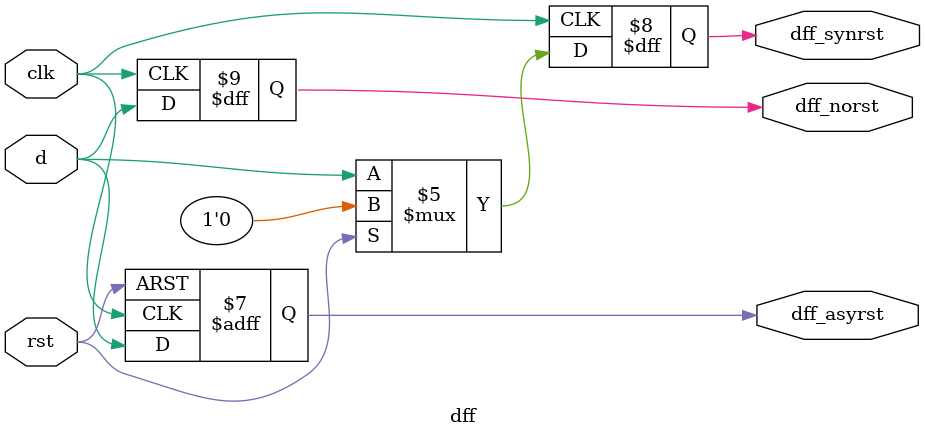
<source format=sv>
module dff(input clk, input rst, input d, output reg dff_norst, output reg dff_synrst, output reg dff_asyrst);
    always_ff @(posedge clk) begin 
        dff_norst <= d;        
    end

    always_ff @(posedge clk) begin
        if (rst) dff_synrst <= 1'b0;
        else dff_synrst <= d;
    end

    always_ff @(posedge clk or posedge rst) begin
        if (rst) dff_asyrst <= 1'b0;
        else dff_asyrst <= d;
    end
endmodule
</source>
